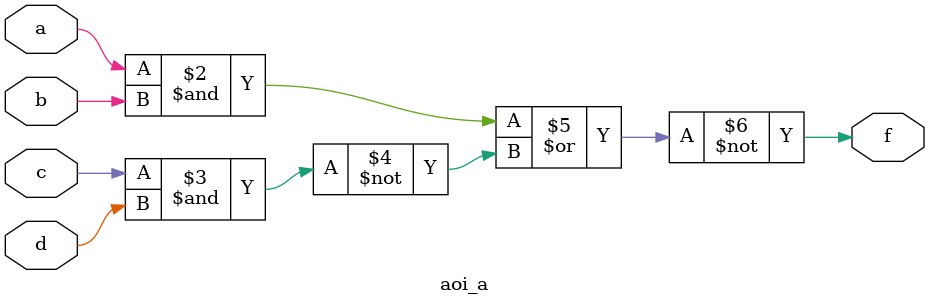
<source format=v>
module aoi_a(a,b,c,d,f);
	input a,b,c,d;
	output f;
	reg f;
	always @(a or b or c or d)
	begin
		f = ~((a&b)|(~(c&d)));
	end
endmodule

</source>
